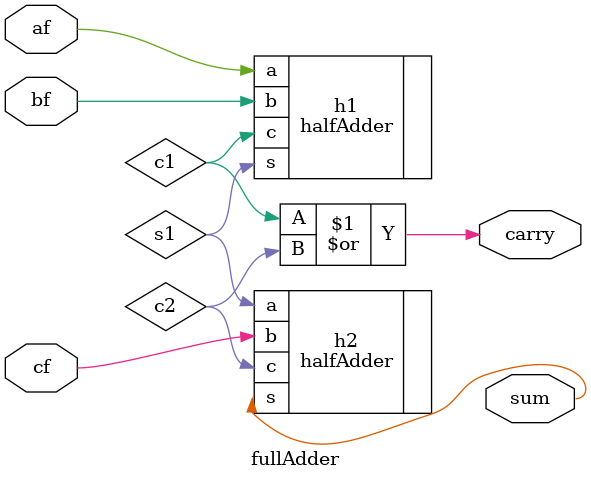
<source format=sv>
module fullAdder(
input logic af,
input logic bf,
input logic cf,
output logic sum,
output logic carry
);

logic s1,c1,c2;

/*
module halfAdder(
input logic a,
input logic b,
output logic s,
output logic c
);
*/

halfAdder h1(.a(af),.b(bf),.s(s1),.c(c1));
halfAdder h2(.a(s1),.b(cf),.s(sum),.c(c2));

assign carry = c1|c2;


endmodule

</source>
